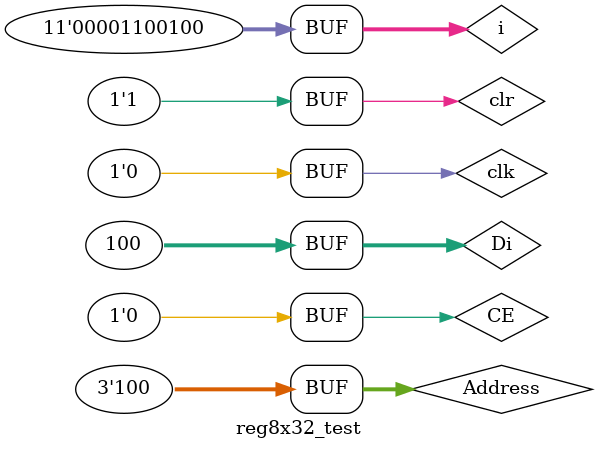
<source format=v>
`timescale 1ns / 1ps


module reg8x32_test;

	// Inputs
	reg [2:0] Address;
	reg CE;
	reg clk;
	reg clr;
	reg [31:0] Di;

	// Outputs
	wire [31:0] Do;

	// Instantiate the Unit Under Test (UUT)
	register_file_8_32 uut (
		.Address(Address), 
		.CE(CE), 
		.clk(clk), 
		.clr(clr), 
		.Di(Di), 
		.Do(Do)
	);
reg [10:0] i;
	initial begin
		// Initialize Inputs
		Address = 0;
		CE = 0;
		clk = 0;
		clr = 0;
		Di = 0;

		// Wait 100 ns for global reset to finish
		#100;
        
		// Add stimulus here
for (i = 0; i < 100; i = i + 1)
		begin
			clr = 1;
			clk = clk + 1;
			Address = Address + 1;
			CE = CE + 1;
			Di = Di + 1;
			#25;
		end
	end
      
endmodule


</source>
